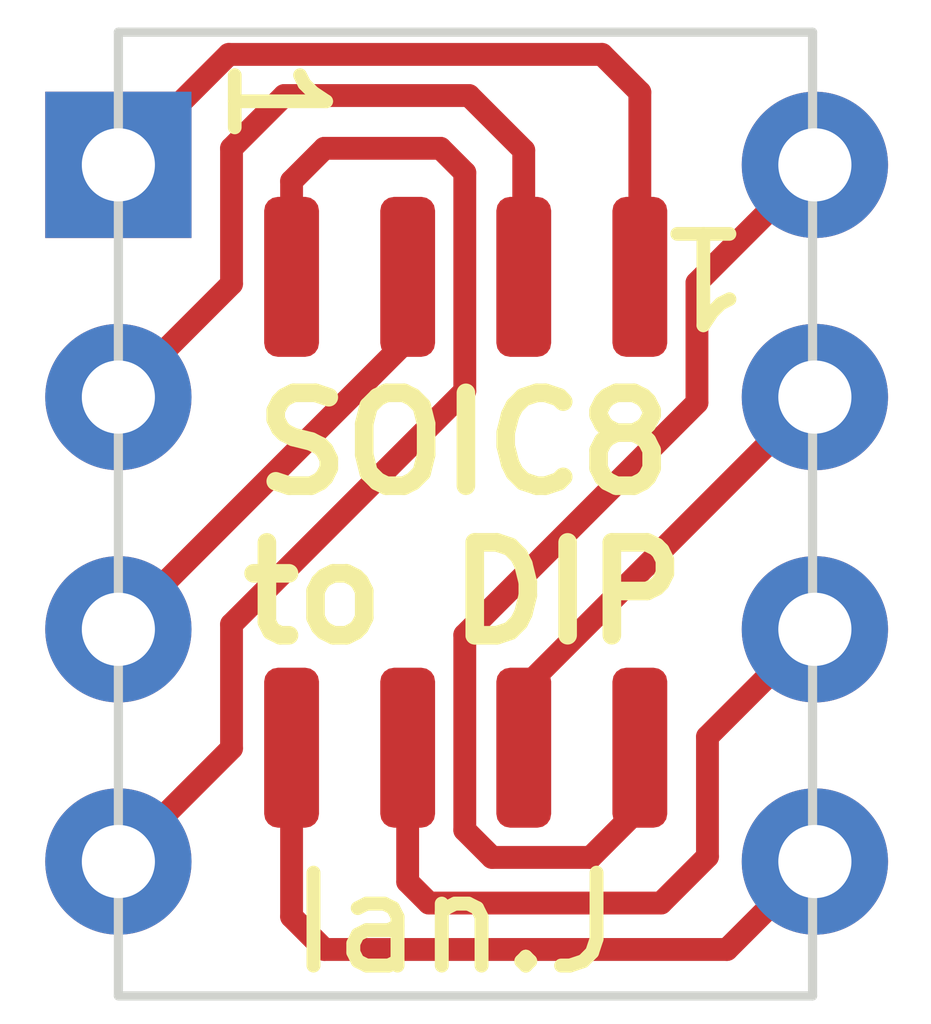
<source format=kicad_pcb>
(kicad_pcb (version 20241229) (generator "pcbnew") (generator_version "9.0")
  (layers (0 "F.Cu" signal) (2 "B.Cu" signal) (13 "F.Paste" user) (15 "B.Paste" user) (5 "F.SilkS" user "F.Silkscreen") (7 "B.SilkS" user "B.Silkscreen") (1 "F.Mask" user) (3 "B.Mask" user) (25 "Edge.Cuts" user))
  (net 0 "")
  (net 1 "Net-(SOCKET1-Pad1)")
  (net 2 "Net-(U2--)")
  (net 3 "Net-(U2-+)")
  (net 4 "Net-(U2-V-)")
  (net 5 "Net-(U2-NC)")
  (net 6 "Net-(SOCKET1-Pad6)")
  (net 7 "Net-(U2-V+)")
  (net 8 "Net-(SOCKET1-Pad8)")
  (footprint "Package_DIP:DIP-8_W7.62mm" (layer "F.Cu") (at 144.78 93.98)
    (property "Reference" "SOCKET1" (hide yes))
    (property "Value" "~" (hide yes))
    (pad "1" thru_hole rect (at 0 0) (size 1.6 1.6) (drill 0.8) (layers "*.Cu" "*.Mask") (net 1 "Net-(SOCKET1-Pad1)"))
    (pad "2" thru_hole oval (at 0 2.54) (size 1.6 1.6) (drill 0.8) (layers "*.Cu" "*.Mask") (net 2 "Net-(U2--)"))
    (pad "3" thru_hole oval (at 0 5.08) (size 1.6 1.6) (drill 0.8) (layers "*.Cu" "*.Mask") (net 3 "Net-(U2-+)"))
    (pad "4" thru_hole oval (at 0 7.62) (size 1.6 1.6) (drill 0.8) (layers "*.Cu" "*.Mask") (net 4 "Net-(U2-V-)"))
    (pad "5" thru_hole oval (at 7.62 7.62) (size 1.6 1.6) (drill 0.8) (layers "*.Cu" "*.Mask") (net 5 "Net-(U2-NC)"))
    (pad "6" thru_hole oval (at 7.62 5.08) (size 1.6 1.6) (drill 0.8) (layers "*.Cu" "*.Mask") (net 6 "Net-(SOCKET1-Pad6)"))
    (pad "7" thru_hole oval (at 7.62 2.54) (size 1.6 1.6) (drill 0.8) (layers "*.Cu" "*.Mask") (net 7 "Net-(U2-V+)"))
    (pad "8" thru_hole oval (at 7.62 0) (size 1.6 1.6) (drill 0.8) (layers "*.Cu" "*.Mask") (net 8 "Net-(SOCKET1-Pad8)"))
  )
  (footprint "Package_SO:SO-8_3.9x4.9mm_P1.27mm" (layer "F.Cu") (at 148.58 97.78 -90)
    (property "Reference" "U2" (hide yes))
    (property "Value" "OP07" (hide yes))
    (fp_text user "1" (at -3.175 -3.175 180) (layer "F.SilkS") (effects (justify left bottom)))
    (pad "1" smd roundrect (at -2.575 -1.905 270) (size 1.75 0.6) (layers "F.Cu" "F.Mask" "F.Paste") (net 1 "Net-(SOCKET1-Pad1)"))
    (pad "2" smd roundrect (at -2.575 -0.635 270) (size 1.75 0.6) (layers "F.Cu" "F.Mask" "F.Paste") (net 2 "Net-(U2--)"))
    (pad "3" smd roundrect (at -2.575 0.635 270) (size 1.75 0.6) (layers "F.Cu" "F.Mask" "F.Paste") (net 3 "Net-(U2-+)"))
    (pad "4" smd roundrect (at -2.575 1.905 270) (size 1.75 0.6) (layers "F.Cu" "F.Mask" "F.Paste") (net 4 "Net-(U2-V-)"))
    (pad "5" smd roundrect (at 2.575 1.905 270) (size 1.75 0.6) (layers "F.Cu" "F.Mask" "F.Paste") (net 5 "Net-(U2-NC)"))
    (pad "6" smd roundrect (at 2.575 0.635 270) (size 1.75 0.6) (layers "F.Cu" "F.Mask" "F.Paste") (net 6 "Net-(SOCKET1-Pad6)"))
    (pad "7" smd roundrect (at 2.575 -0.635 270) (size 1.75 0.6) (layers "F.Cu" "F.Mask" "F.Paste") (net 7 "Net-(U2-V+)"))
    (pad "8" smd roundrect (at 2.575 -1.905 270) (size 1.75 0.6) (layers "F.Cu" "F.Mask" "F.Paste") (net 8 "Net-(SOCKET1-Pad8)"))
  )
  (gr_line (start 144.78 92.529) (end 152.3746 92.529) (stroke (width 0.1)) (layer "Edge.Cuts"))
  (gr_line (start 152.3746 92.529) (end 152.3746 103.07) (stroke (width 0.1)) (layer "Edge.Cuts"))
  (gr_line (start 152.3746 103.07) (end 144.78 103.07) (stroke (width 0.1)) (layer "Edge.Cuts"))
  (gr_line (start 144.78 103.0668) (end 144.78 92.529) (stroke (width 0.1)) (layer "Edge.Cuts"))
  (gr_text "SOIC8\nto DIP" (at 148.558 99.26 0) (layer "F.SilkS") (effects (font (size 1.016 1.016) (thickness 0.2032) (bold yes)) (justify bottom)))
  (gr_text "1" (at 145.923 92.71 -90) (layer "F.SilkS") (effects (font (size 1 1)) (justify left bottom)))
  (gr_text "Ian.J" (at 148.463 102.87 0) (layer "F.SilkS") (effects (font (size 1.016 1.016) (thickness 0.1524) (bold yes)) (justify bottom)))
  (segment (start 150.071 92.772) (end 145.988 92.772) (width 0.25) (layer "F.Cu") (net 1))
  (segment (start 150.485 93.186) (end 150.071 92.772) (width 0.25) (layer "F.Cu") (net 1))
  (segment (start 150.485 95.205) (end 150.485 93.186) (width 0.25) (layer "F.Cu") (net 1))
  (segment (start 145.988 92.772) (end 144.78 93.98) (width 0.25) (layer "F.Cu") (net 1))
  (segment (start 148.616 93.222) (end 146.595 93.222) (width 0.25) (layer "F.Cu") (net 2))
  (segment (start 149.215 93.821) (end 148.616 93.222) (width 0.25) (layer "F.Cu") (net 2))
  (segment (start 146.018 93.799) (end 146.018 95.282) (width 0.25) (layer "F.Cu") (net 2))
  (segment (start 146.595 93.222) (end 146.018 93.799) (width 0.25) (layer "F.Cu") (net 2))
  (segment (start 149.215 95.205) (end 149.215 93.821) (width 0.25) (layer "F.Cu") (net 2))
  (segment (start 146.018 95.282) (end 144.78 96.52) (width 0.25) (layer "F.Cu") (net 2))
  (segment (start 147.945 95.895) (end 144.78 99.06) (width 0.25) (layer "F.Cu") (net 3))
  (segment (start 147.945 95.205) (end 147.945 95.895) (width 0.25) (layer "F.Cu") (net 3))
  (segment (start 148.57 94.065) (end 148.57 96.454) (width 0.25) (layer "F.Cu") (net 4))
  (segment (start 146.675 95.205) (end 146.675 94.158) (width 0.25) (layer "F.Cu") (net 4))
  (segment (start 146.018 99.006) (end 146.018 100.362) (width 0.25) (layer "F.Cu") (net 4))
  (segment (start 146.675 94.158) (end 147.034 93.799) (width 0.25) (layer "F.Cu") (net 4))
  (segment (start 147.034 93.799) (end 148.304 93.799) (width 0.25) (layer "F.Cu") (net 4))
  (segment (start 148.57 96.454) (end 146.018 99.006) (width 0.25) (layer "F.Cu") (net 4))
  (segment (start 146.018 100.362) (end 144.78 101.6) (width 0.25) (layer "F.Cu") (net 4))
  (segment (start 148.304 93.799) (end 148.57 94.065) (width 0.25) (layer "F.Cu") (net 4))
  (segment (start 146.675 102.203) (end 147.034 102.562) (width 0.25) (layer "F.Cu") (net 5))
  (segment (start 151.438 102.562) (end 152.4 101.6) (width 0.25) (layer "F.Cu") (net 5))
  (segment (start 147.034 102.562) (end 151.438 102.562) (width 0.25) (layer "F.Cu") (net 5))
  (segment (start 146.675 100.355) (end 146.675 102.203) (width 0.25) (layer "F.Cu") (net 5))
  (segment (start 151.225 100.235) (end 152.4 99.06) (width 0.25) (layer "F.Cu") (net 6))
  (segment (start 150.717 102.054) (end 151.225 101.546) (width 0.25) (layer "F.Cu") (net 6))
  (segment (start 147.945 100.355) (end 147.945 101.822) (width 0.25) (layer "F.Cu") (net 6))
  (segment (start 148.177 102.054) (end 150.717 102.054) (width 0.25) (layer "F.Cu") (net 6))
  (segment (start 151.225 101.546) (end 151.225 100.235) (width 0.25) (layer "F.Cu") (net 6))
  (segment (start 147.945 101.822) (end 148.177 102.054) (width 0.25) (layer "F.Cu") (net 6))
  (segment (start 149.215 99.705) (end 152.4 96.52) (width 0.25) (layer "F.Cu") (net 7))
  (segment (start 149.215 100.355) (end 149.215 99.705) (width 0.25) (layer "F.Cu") (net 7))
  (segment (start 148.57 99.121) (end 151.11 96.581) (width 0.25) (layer "F.Cu") (net 8))
  (segment (start 151.11 96.581) (end 151.11 95.27) (width 0.25) (layer "F.Cu") (net 8))
  (segment (start 151.11 95.27) (end 152.4 93.98) (width 0.25) (layer "F.Cu") (net 8))
  (segment (start 150.485 101.016) (end 149.946 101.555) (width 0.25) (layer "F.Cu") (net 8))
  (segment (start 149.946 101.555) (end 148.868249 101.555) (width 0.25) (layer "F.Cu") (net 8))
  (segment (start 148.868249 101.555) (end 148.57 101.256751) (width 0.25) (layer "F.Cu") (net 8))
  (segment (start 148.57 101.256751) (end 148.57 99.121) (width 0.25) (layer "F.Cu") (net 8))
  (segment (start 150.485 100.355) (end 150.485 101.016) (width 0.25) (layer "F.Cu") (net 8))
)
</source>
